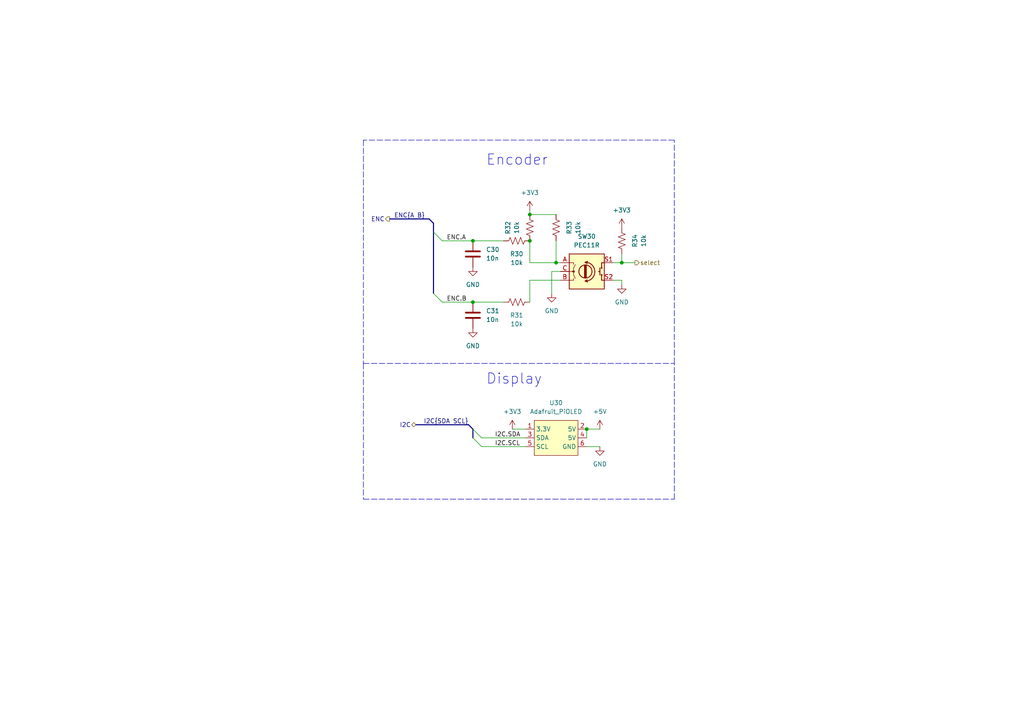
<source format=kicad_sch>
(kicad_sch (version 20211123) (generator eeschema)
  (paper "A4")
  (lib_symbols
    (symbol "0_Display_Graphic:Adafruit_PiOLED"
      (property "Reference" "U" (at -5.08 8.89 0))
      (property "Value" "Adafruit_PiOLED" (at -1.27 6.35 0))
      (symbol "Adafruit_PiOLED_0_0"
        (pin power_in line (at -8.89 2.54 0) (length 2.54) (name "3.3V") (number "1"))
        (pin power_in line (at 8.89 2.54 180) (length 2.54) (name "5V") (number "2"))
        (pin open_collector line (at -8.89 0 0) (length 2.54) (name "SDA") (number "3"))
        (pin power_in line (at 8.89 0 180) (length 2.54) (name "5V") (number "4"))
        (pin open_collector line (at -8.89 -2.54 0) (length 2.54) (name "SCL") (number "5"))
        (pin power_in line (at 8.89 -2.54 180) (length 2.54) (name "GND") (number "6"))
      )
      (symbol "Adafruit_PiOLED_0_1"
        (rectangle (start -6.35 5.08) (end 6.35 -5.08) (fill (type background)))
      )
    )
    (symbol "Device:C" (pin_numbers hide) (pin_names (offset 0.254))
      (property "Reference" "C" (at 0.635 2.54 0))
      (property "Value" "C" (at 0.635 -2.54 0))
      (symbol "C_0_1"
        (polyline (pts (xy -2.032 -0.762) (xy 2.032 -0.762)) (stroke (width 0.508)))
        (polyline (pts (xy -2.032 0.762) (xy 2.032 0.762)) (stroke (width 0.508)))
      )
      (symbol "C_1_1"
        (pin passive line (at 0 3.81 270) (length 2.794) (name "~") (number "1"))
        (pin passive line (at 0 -3.81 90) (length 2.794) (name "~") (number "2"))
      )
    )
    (symbol "Device:R_US" (pin_numbers hide) (pin_names (offset 0))
      (property "Reference" "R" (at 2.54 0 90))
      (property "Value" "R_US" (at -2.54 0 90))
      (symbol "R_US_0_1"
        (polyline (pts (xy 0 -2.286) (xy 0 -2.54)))
        (polyline (pts (xy 0 2.286) (xy 0 2.54)))
        (polyline (pts (xy 0 -0.762) (xy 1.016 -1.143) (xy 0 -1.524) (xy -1.016 -1.905) (xy 0 -2.286)))
        (polyline (pts (xy 0 0.762) (xy 1.016 0.381) (xy 0 0) (xy -1.016 -0.381) (xy 0 -0.762)))
        (polyline (pts (xy 0 2.286) (xy 1.016 1.905) (xy 0 1.524) (xy -1.016 1.143) (xy 0 0.762)))
      )
      (symbol "R_US_1_1"
        (pin passive line (at 0 3.81 270) (length 1.27) (name "~") (number "1"))
        (pin passive line (at 0 -3.81 90) (length 1.27) (name "~") (number "2"))
      )
    )
    (symbol "Device:RotaryEncoder_Switch" (pin_names (offset 0.254) hide)
      (property "Reference" "SW" (at 0 6.604 0))
      (property "Value" "RotaryEncoder_Switch" (at 0 -6.604 0))
      (symbol "RotaryEncoder_Switch_0_1"
        (rectangle (start -5.08 5.08) (end 5.08 -5.08) (stroke (width 0.254)) (fill (type background)))
        (circle (center -3.81 0) (radius 0.254) (fill (type outline)))
        (arc (start -0.381 -2.794) (mid 2.3622 -0.0635) (end -0.381 2.667) (stroke (width 0.254)))
        (circle (center -0.381 0) (radius 1.905) (stroke (width 0.254)))
        (polyline (pts (xy -0.635 -1.778) (xy -0.635 1.778)) (stroke (width 0.254)))
        (polyline (pts (xy -0.381 -1.778) (xy -0.381 1.778)) (stroke (width 0.254)))
        (polyline (pts (xy -0.127 1.778) (xy -0.127 -1.778)) (stroke (width 0.254)))
        (polyline (pts (xy 3.81 0) (xy 3.429 0)) (stroke (width 0.254)))
        (polyline (pts (xy 3.81 1.016) (xy 3.81 -1.016)) (stroke (width 0.254)))
        (polyline (pts (xy -5.08 -2.54) (xy -3.81 -2.54) (xy -3.81 -2.032)))
        (polyline (pts (xy -5.08 2.54) (xy -3.81 2.54) (xy -3.81 2.032)))
        (polyline (pts (xy 0.254 -3.048) (xy -0.508 -2.794) (xy 0.127 -2.413)) (stroke (width 0.254)))
        (polyline (pts (xy 0.254 2.921) (xy -0.508 2.667) (xy 0.127 2.286)) (stroke (width 0.254)))
        (polyline (pts (xy 5.08 -2.54) (xy 4.318 -2.54) (xy 4.318 -1.016)) (stroke (width 0.254)))
        (polyline (pts (xy 5.08 2.54) (xy 4.318 2.54) (xy 4.318 1.016)) (stroke (width 0.254)))
        (polyline (pts (xy -5.08 0) (xy -3.81 0) (xy -3.81 -1.016) (xy -3.302 -2.032)))
        (polyline (pts (xy -4.318 0) (xy -3.81 0) (xy -3.81 1.016) (xy -3.302 2.032)))
        (circle (center 4.318 -1.016) (radius 0.127) (stroke (width 0.254)))
        (circle (center 4.318 1.016) (radius 0.127) (stroke (width 0.254)))
      )
      (symbol "RotaryEncoder_Switch_1_1"
        (pin passive line (at -7.62 2.54 0) (length 2.54) (name "A") (number "A"))
        (pin passive line (at -7.62 -2.54 0) (length 2.54) (name "B") (number "B"))
        (pin passive line (at -7.62 0 0) (length 2.54) (name "C") (number "C"))
        (pin passive line (at 7.62 2.54 180) (length 2.54) (name "S1") (number "S1"))
        (pin passive line (at 7.62 -2.54 180) (length 2.54) (name "S2") (number "S2"))
      )
    )
    (symbol "power:+3.3V" (power) (pin_names (offset 0))
      (property "Value" "+3.3V" (at 0 3.556 0))
      (symbol "+3.3V_0_1"
        (polyline (pts (xy -0.762 1.27) (xy 0 2.54)))
        (polyline (pts (xy 0 0) (xy 0 2.54)))
        (polyline (pts (xy 0 2.54) (xy 0.762 1.27)))
      )
      (symbol "+3.3V_1_1"
        (pin power_in line (at 0 0 90) (length 0) hide (name "+3V3") (number "1"))
      )
    )
    (symbol "power:+5V" (power) (pin_names (offset 0))
      (property "Value" "+5V" (at 0 3.556 0))
      (symbol "+5V_0_1"
        (polyline (pts (xy -0.762 1.27) (xy 0 2.54)))
        (polyline (pts (xy 0 0) (xy 0 2.54)))
        (polyline (pts (xy 0 2.54) (xy 0.762 1.27)))
      )
      (symbol "+5V_1_1"
        (pin power_in line (at 0 0 90) (length 0) hide (name "+5V") (number "1"))
      )
    )
    (symbol "power:GND" (power) (pin_names (offset 0))
      (property "Value" "GND" (at 0 -3.81 0))
      (symbol "GND_0_1"
        (polyline (pts (xy 0 0) (xy 0 -1.27) (xy 1.27 -1.27) (xy 0 -2.54) (xy -1.27 -1.27) (xy 0 -1.27)))
      )
      (symbol "GND_1_1"
        (pin power_in line (at 0 0 270) (length 0) hide (name "GND") (number "1"))
      )
    )
  )
  (junction (at 161.29 76.2))
  (junction (at 137.16 87.63))
  (junction (at 180.34 76.2))
  (junction (at 153.67 69.85))
  (junction (at 153.67 62.23))
  (junction (at 137.16 69.85))
  (junction (at 170.18 124.46))
  (bus_entry (at 125.73 67.31) (size 2.54 2.54))
  (bus_entry (at 137.16 124.46) (size 2.54 2.54))
  (bus_entry (at 125.73 85.09) (size 2.54 2.54))
  (bus_entry (at 137.16 127) (size 2.54 2.54))
  (wire (pts (xy 162.56 76.2) (xy 161.29 76.2)))
  (wire (pts (xy 170.18 124.46) (xy 173.99 124.46)))
  (bus (pts (xy 135.89 123.19) (xy 137.16 124.46)))
  (polyline (pts (xy 195.58 40.64) (xy 105.41 40.64)))
  (polyline (pts (xy 105.41 40.64) (xy 105.41 105.41)))
  (wire (pts (xy 153.67 81.28) (xy 153.67 87.63)))
  (wire (pts (xy 139.7 127) (xy 152.4 127)))
  (wire (pts (xy 128.27 87.63) (xy 137.16 87.63)))
  (wire (pts (xy 177.8 76.2) (xy 180.34 76.2)))
  (wire (pts (xy 170.18 129.54) (xy 173.99 129.54)))
  (bus (pts (xy 125.73 64.77) (xy 124.46 63.5)))
  (polyline (pts (xy 105.41 105.41) (xy 105.41 144.78)))
  (wire (pts (xy 137.16 69.85) (xy 146.05 69.85)))
  (wire (pts (xy 180.34 76.2) (xy 180.34 73.66)))
  (wire (pts (xy 139.7 129.54) (xy 152.4 129.54)))
  (bus (pts (xy 125.73 67.31) (xy 125.73 85.09)))
  (wire (pts (xy 170.18 124.46) (xy 170.18 127)))
  (wire (pts (xy 162.56 81.28) (xy 153.67 81.28)))
  (wire (pts (xy 128.27 69.85) (xy 137.16 69.85)))
  (polyline (pts (xy 195.58 144.78) (xy 195.58 105.41)))
  (polyline (pts (xy 105.41 105.41) (xy 195.58 105.41)))
  (polyline (pts (xy 195.58 105.41) (xy 195.58 40.64)))
  (wire (pts (xy 160.02 85.09) (xy 160.02 78.74)))
  (wire (pts (xy 161.29 76.2) (xy 153.67 76.2)))
  (wire (pts (xy 148.59 124.46) (xy 152.4 124.46)))
  (wire (pts (xy 137.16 87.63) (xy 146.05 87.63)))
  (wire (pts (xy 161.29 69.85) (xy 161.29 76.2)))
  (wire (pts (xy 153.67 76.2) (xy 153.67 69.85)))
  (wire (pts (xy 160.02 78.74) (xy 162.56 78.74)))
  (bus (pts (xy 137.16 124.46) (xy 137.16 127)))
  (wire (pts (xy 180.34 76.2) (xy 184.15 76.2)))
  (bus (pts (xy 125.73 64.77) (xy 125.73 67.31)))
  (polyline (pts (xy 105.41 144.78) (xy 195.58 144.78)))
  (wire (pts (xy 180.34 81.28) (xy 180.34 82.55)))
  (bus (pts (xy 113.03 63.5) (xy 124.46 63.5)))
  (wire (pts (xy 153.67 62.23) (xy 161.29 62.23)))
  (wire (pts (xy 153.67 60.96) (xy 153.67 62.23)))
  (bus (pts (xy 120.65 123.19) (xy 135.89 123.19)))
  (wire (pts (xy 177.8 81.28) (xy 180.34 81.28)))
  (text "Encoder" (at 140.97 48.26 0) (effects (font (size 3 3)) (justify left bottom)))
  (text "Display" (at 140.97 111.76 0) (effects (font (size 3 3)) (justify left bottom)))
  (label "ENC.B" (at 129.54 87.63 0))
  (label "I2C.SCL" (at 143.51 129.54 0))
  (label "I2C{SDA SCL}" (at 135.89 123.19 180))
  (label "I2C.SDA" (at 143.51 127 0))
  (label "ENC{A B}" (at 114.3 63.5 0))
  (label "ENC.A" (at 129.54 69.85 0))
  (hierarchical_label "I2C" (shape bidirectional) (at 120.65 123.19 180))
  (hierarchical_label "ENC" (shape output) (at 113.03 63.5 180))
  (hierarchical_label "select" (shape output) (at 184.15 76.2 0))
  (symbol (lib_id "power:GND") (at 137.16 77.47 0) (unit 1)
    (property "Reference" "#PWR0118" (effects hide))
    (property "Value" "GND" (at 137.16 82.55 0))
  )
  (symbol (lib_id "power:+3.3V") (at 180.34 66.04 0) (unit 1)
    (property "Reference" "#PWR0120" (effects hide))
    (property "Value" "+3.3V" (at 180.34 60.96 0))
  )
  (symbol (lib_id "Device:R_US") (at 149.86 69.85 90) (unit 1)
    (property "Reference" "R30" (at 149.86 73.66 90))
    (property "Value" "10k" (at 149.86 76.2 90))
    (property "Footprint" "Resistor_SMD:R_0805_2012Metric" (effects hide))
  )
  (symbol (lib_id "0_Display_Graphic:Adafruit_PiOLED") (at 161.29 127 0) (unit 1)
    (property "Reference" "U30" (at 161.29 116.84 0))
    (property "Value" "Adafruit_PiOLED" (at 161.29 119.38 0))
    (property "Footprint" "0_Display:PiOLED" (effects hide))
    (property "Manufacturer" "Adafruit" (effects hide))
  )
  (symbol (lib_id "power:GND") (at 173.99 129.54 0) (unit 1)
    (property "Reference" "#PWR0106" (effects hide))
    (property "Value" "GND" (at 173.99 134.62 0))
  )
  (symbol (lib_id "power:GND") (at 180.34 82.55 0) (unit 1)
    (property "Reference" "#PWR0119" (effects hide))
    (property "Value" "GND" (at 180.34 87.63 0))
  )
  (symbol (lib_id "power:GND") (at 160.02 85.09 0) (unit 1)
    (property "Reference" "#PWR0116" (effects hide))
    (property "Value" "GND" (at 160.02 90.17 0))
  )
  (symbol (lib_id "power:GND") (at 137.16 95.25 0) (unit 1)
    (property "Reference" "#PWR0117" (effects hide))
    (property "Value" "GND" (at 137.16 100.33 0))
  )
  (symbol (lib_id "Device:C") (at 137.16 73.66 180) (unit 1)
    (property "Reference" "C30" (at 140.97 72.3899 0) (effects (justify right)))
    (property "Value" "10n" (at 140.97 74.9299 0) (effects (justify right)))
    (property "Footprint" "Capacitor_SMD:C_0805_2012Metric" (effects hide))
  )
  (symbol (lib_id "Device:RotaryEncoder_Switch") (at 170.18 78.74 0) (unit 1)
    (property "Reference" "SW30" (at 170.18 68.58 0))
    (property "Value" "PEC11R" (at 170.18 71.12 0))
    (property "Footprint" "Rotary_Encoder:RotaryEncoder_Alps_EC12E-Switch_Vertical_H20mm" (effects hide))
    (property "Manufacturer" "Bourns" (effects hide))
    (property "PartNumber" "PEC11R-4215F-S0024" (effects hide))
  )
  (symbol (lib_id "Device:C") (at 137.16 91.44 180) (unit 1)
    (property "Reference" "C31" (at 140.97 90.1699 0) (effects (justify right)))
    (property "Value" "10n" (at 140.97 92.7099 0) (effects (justify right)))
    (property "Footprint" "Capacitor_SMD:C_0805_2012Metric" (effects hide))
  )
  (symbol (lib_id "power:+3.3V") (at 148.59 124.46 0) (unit 1)
    (property "Reference" "#PWR0104" (effects hide))
    (property "Value" "+3.3V" (at 148.59 119.38 0))
  )
  (symbol (lib_id "Device:R_US") (at 153.67 66.04 0) (unit 1)
    (property "Reference" "R32" (at 147.32 66.04 90))
    (property "Value" "10k" (at 149.86 66.04 90))
    (property "Footprint" "Resistor_SMD:R_0805_2012Metric" (effects hide))
  )
  (symbol (lib_id "Device:R_US") (at 180.34 69.85 180) (unit 1)
    (property "Reference" "R34" (at 184.15 69.85 90))
    (property "Value" "10k" (at 186.69 69.85 90))
    (property "Footprint" "Resistor_SMD:R_0805_2012Metric" (effects hide))
  )
  (symbol (lib_id "power:+5V") (at 173.99 124.46 0) (unit 1)
    (property "Reference" "#PWR0105" (effects hide))
    (property "Value" "+5V" (at 173.99 119.38 0))
  )
  (symbol (lib_id "Device:R_US") (at 149.86 87.63 90) (unit 1)
    (property "Reference" "R31" (at 149.86 91.44 90))
    (property "Value" "10k" (at 149.86 93.98 90))
    (property "Footprint" "Resistor_SMD:R_0805_2012Metric" (effects hide))
  )
  (symbol (lib_id "power:+3.3V") (at 153.67 60.96 0) (unit 1)
    (property "Reference" "#PWR0115" (effects hide))
    (property "Value" "+3.3V" (at 153.67 55.88 0))
  )
  (symbol (lib_id "Device:R_US") (at 161.29 66.04 180) (unit 1)
    (property "Reference" "R33" (at 165.1 66.04 90))
    (property "Value" "10k" (at 167.64 66.04 90))
    (property "Footprint" "Resistor_SMD:R_0805_2012Metric" (effects hide))
  )
)
</source>
